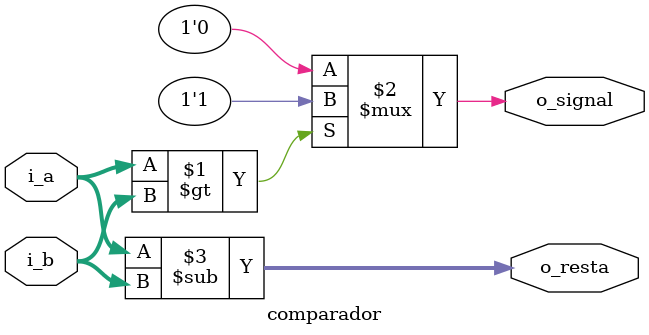
<source format=v>
module comparador
	//Parametros
	#(
		parameter N=8
	)
	//entradas y salidas
	(
		input wire [N-1:0] i_a,
		input wire [N-1:0] i_b,
		output wire o_signal,
		output wire [N-1:0] o_resta
	);

	//registros y señales


	//cuerpo del modulo
	assign o_signal = ((i_a>i_b))?1'b1:1'b0;
	assign o_resta = i_a-i_b;


endmodule 
</source>
